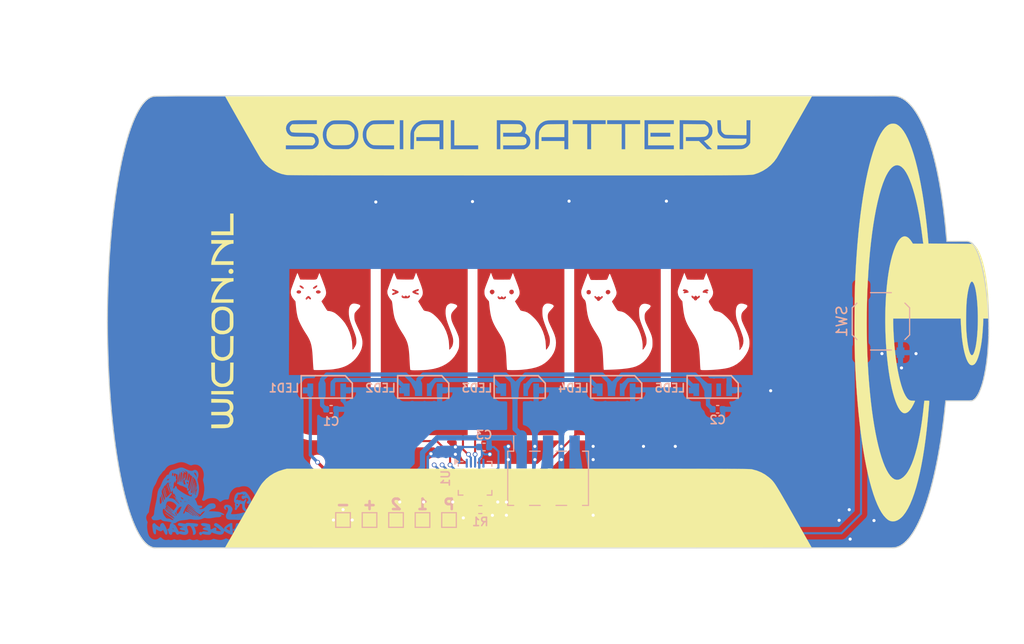
<source format=kicad_pcb>
(kicad_pcb (version 20240108) (generator "pcbnew") (generator_version "8.0")
  (layers (0 "F.Cu" signal) (31 "B.Cu" signal) (34 "B.Paste" user) (35 "F.Paste" user) (36 "B.SilkS" user "B.Silkscreen") (37 "F.SilkS" user "F.Silkscreen") (38 "B.Mask" user) (39 "F.Mask" user) (44 "Edge.Cuts" user))
  (net 0 "")
  (net 1 "GND")
  (net 2 "GPIO1")
  (net 3 "GPIO2")
  (net 4 "SCL")
  (net 5 "SDA")
  (net 6 "+3.3V")
  (net 7 "Net-(LED2-DOUT)")
  (net 8 "Net-(U1-PC6)")
  (net 9 "Net-(LED1-DOUT)")
  (net 10 "Net-(LED3-DOUT)")
  (net 11 "Net-(LED4-DOUT)")
  (net 12 "SWIO")
  (net 14 "TOUCH5")
  (net 16 "TOUCH3")
  (net 17 "TOUCH2")
  (net 19 "TOUCH1")
  (net 21 "TOUCH4")
  (net 23 "Net-(U1-PC7)")
  (net 25 "E2")
  (net 26 "E1")
  (footprint "Board_design:social_battery_touch" (layer "F.Cu") (at 0 0)
    (property "Reference" "N1" (hide yes))
    (property "Value" "Artwork" (hide yes))
    (fp_line (start -42.251573 -0.070556) (end -42.245563 1.039811) (stroke (width 0.1)) (layer "Edge.Cuts"))
    (fp_line (start -42.245613 -1.18042) (end -42.251573 -0.070556) (stroke (width 0.1)) (layer "Edge.Cuts"))
    (fp_line (start -42.245563 1.039811) (end -42.227776 2.136066) (stroke (width 0.1)) (layer "Edge.Cuts"))
    (fp_line (start -42.227876 -2.275666) (end -42.245613 -1.18042) (stroke (width 0.1)) (layer "Edge.Cuts"))
    (fp_line (start -42.227776 2.136066) (end -42.198512 3.217704) (stroke (width 0.1)) (layer "Edge.Cuts"))
    (fp_line (start -42.198612 -3.354784) (end -42.227876 -2.275666) (stroke (width 0.1)) (layer "Edge.Cuts"))
    (fp_line (start -42.198512 3.217704) (end -42.158019 4.283214) (stroke (width 0.1)) (layer "Edge.Cuts"))
    (fp_line (start -42.158219 -4.416765) (end -42.198612 -3.354784) (stroke (width 0.1)) (layer "Edge.Cuts"))
    (fp_line (start -42.158019 4.283214) (end -42.106596 5.330074) (stroke (width 0.1)) (layer "Edge.Cuts"))
    (fp_line (start -42.106895 -5.459594) (end -42.158219 -4.416765) (stroke (width 0.1)) (layer "Edge.Cuts"))
    (fp_line (start -42.106596 5.330074) (end -42.04454 6.358285) (stroke (width 0.1)) (layer "Edge.Cuts"))
    (fp_line (start -42.044988 -6.483269) (end -42.106895 -5.459594) (stroke (width 0.1)) (layer "Edge.Cuts"))
    (fp_line (start -42.04454 6.358285) (end -41.97215 7.365328) (stroke (width 0.1)) (layer "Edge.Cuts"))
    (fp_line (start -41.972747 -7.485271) (end -42.044988 -6.483269) (stroke (width 0.1)) (layer "Edge.Cuts"))
    (fp_line (start -41.97215 7.365328) (end -41.889724 8.350697) (stroke (width 0.1)) (layer "Edge.Cuts"))
    (fp_line (start -41.89042 -8.464088) (end -41.972747 -7.485271) (stroke (width 0.1)) (layer "Edge.Cuts"))
    (fp_line (start -41.889724 8.350697) (end -41.79756 9.312377) (stroke (width 0.1)) (layer "Edge.Cuts"))
    (fp_line (start -41.798405 -9.419216) (end -41.89042 -8.464088) (stroke (width 0.1)) (layer "Edge.Cuts"))
    (fp_line (start -41.79756 9.312377) (end -41.695856 10.248856) (stroke (width 0.1)) (layer "Edge.Cuts"))
    (fp_line (start -41.69685 -10.349142) (end -41.798405 -9.419216) (stroke (width 0.1)) (layer "Edge.Cuts"))
    (fp_line (start -41.695856 10.248856) (end -41.58501 11.159126) (stroke (width 0.1)) (layer "Edge.Cuts"))
    (fp_line (start -41.586203 -11.251851) (end -41.69685 -10.349142) (stroke (width 0.1)) (layer "Edge.Cuts"))
    (fp_line (start -41.58501 11.159126) (end -41.465271 12.041674) (stroke (width 0.1)) (layer "Edge.Cuts"))
    (fp_line (start -41.466613 -12.126839) (end -41.586203 -11.251851) (stroke (width 0.1)) (layer "Edge.Cuts"))
    (fp_line (start -41.465271 12.041674) (end -41.336936 12.894988) (stroke (width 0.1)) (layer "Edge.Cuts"))
    (fp_line (start -41.338427 -12.972089) (end -41.466613 -12.126839) (stroke (width 0.1)) (layer "Edge.Cuts"))
    (fp_line (start -41.336936 12.894988) (end -41.200304 13.717558) (stroke (width 0.1)) (layer "Edge.Cuts"))
    (fp_line (start -41.201944 -13.786594) (end -41.338427 -12.972089) (stroke (width 0.1)) (layer "Edge.Cuts"))
    (fp_line (start -41.200304 13.717558) (end -41.055673 14.507869) (stroke (width 0.1)) (layer "Edge.Cuts"))
    (fp_line (start -41.057412 -14.569345) (end -41.201944 -13.786594) (stroke (width 0.1)) (layer "Edge.Cuts"))
    (fp_line (start -41.055673 14.507869) (end -40.903291 15.264915) (stroke (width 0.1)) (layer "Edge.Cuts"))
    (fp_line (start -40.90513 -15.317823) (end -41.057412 -14.569345) (stroke (width 0.1)) (layer "Edge.Cuts"))
    (fp_line (start -40.903291 15.264915) (end -40.743457 15.987183) (stroke (width 0.1)) (layer "Edge.Cuts"))
    (fp_line (start -40.745395 -16.032026) (end -40.90513 -15.317823) (stroke (width 0.1)) (layer "Edge.Cuts"))
    (fp_line (start -40.743457 15.987183) (end -40.576468 16.673161) (stroke (width 0.1)) (layer "Edge.Cuts"))
    (fp_line (start -40.578505 -16.709436) (end -40.745395 -16.032026) (stroke (width 0.1)) (layer "Edge.Cuts"))
    (fp_line (start -40.576468 16.673161) (end -40.402622 17.321338) (stroke (width 0.1)) (layer "Edge.Cuts"))
    (fp_line (start -40.404759 -17.349548) (end -40.578505 -16.709436) (stroke (width 0.1)) (layer "Edge.Cuts"))
    (fp_line (start -40.402622 17.321338) (end -40.222219 17.9302) (stroke (width 0.1)) (layer "Edge.Cuts"))
    (fp_line (start -40.224405 -17.95085) (end -40.404759 -17.349548) (stroke (width 0.1)) (layer "Edge.Cuts"))
    (fp_line (start -40.222219 17.9302) (end -40.035555 18.498741) (stroke (width 0.1)) (layer "Edge.Cuts"))
    (fp_line (start -40.037741 -18.511326) (end -40.224405 -17.95085) (stroke (width 0.1)) (layer "Edge.Cuts"))
    (fp_line (start -40.035555 18.498741) (end -39.842879 19.024943) (stroke (width 0.1)) (layer "Edge.Cuts"))
    (fp_line (start -39.845115 -19.030472) (end -40.037741 -18.511326) (stroke (width 0.1)) (layer "Edge.Cuts"))
    (fp_line (start -39.842879 19.024943) (end -39.644539 19.507799) (stroke (width 0.1)) (layer "Edge.Cuts"))
    (fp_line (start -39.646675 -19.506776) (end -39.845115 -19.030472) (stroke (width 0.1)) (layer "Edge.Cuts"))
    (fp_line (start -39.644539 19.507799) (end -39.440783 19.946301) (stroke (width 0.1)) (layer "Edge.Cuts"))
    (fp_line (start -39.44287 -19.938726) (end -39.646675 -19.506776) (stroke (width 0.1)) (layer "Edge.Cuts"))
    (fp_line (start -39.440783 19.946301) (end -39.231861 20.338433) (stroke (width 0.1)) (layer "Edge.Cuts"))
    (fp_line (start -39.233848 -20.324305) (end -39.44287 -19.938726) (stroke (width 0.1)) (layer "Edge.Cuts"))
    (fp_line (start -39.231861 20.338433) (end -39.018168 20.682682) (stroke (width 0.1)) (layer "Edge.Cuts"))
    (fp_line (start -39.020007 -20.663514) (end -39.233848 -20.324305) (stroke (width 0.1)) (layer "Edge.Cuts"))
    (fp_line (start -39.018168 20.682682) (end -38.909608 20.83641) (stroke (width 0.1)) (layer "Edge.Cuts"))
    (fp_line (start -38.911347 -20.814722) (end -39.020007 -20.663514) (stroke (width 0.1)) (layer "Edge.Cuts"))
    (fp_line (start -38.909608 20.83641) (end -38.799905 20.977537) (stroke (width 0.1)) (layer "Edge.Cuts"))
    (fp_line (start -38.801594 -20.953833) (end -38.911347 -20.814722) (stroke (width 0.1)) (layer "Edge.Cuts"))
    (fp_line (start -38.799905 20.977537) (end -38.689208 21.106567) (stroke (width 0.1)) (layer "Edge.Cuts"))
    (fp_line (start -38.690748 -21.080847) (end -38.801594 -20.953833) (stroke (width 0.1)) (layer "Edge.Cuts"))
    (fp_line (start -38.689208 21.106567) (end -38.577418 21.222493) (stroke (width 0.1)) (layer "Edge.Cuts"))
    (fp_line (start -38.578859 -21.194757) (end -38.690748 -21.080847) (stroke (width 0.1)) (layer "Edge.Cuts"))
    (fp_line (start -38.577418 21.222493) (end -38.464685 21.325314) (stroke (width 0.1)) (layer "Edge.Cuts"))
    (fp_line (start -38.465976 -21.296066) (end -38.578859 -21.194757) (stroke (width 0.1)) (layer "Edge.Cuts"))
    (fp_line (start -38.464685 21.325314) (end -38.350957 21.415534) (stroke (width 0.1)) (layer "Edge.Cuts"))
    (fp_line (start -38.35215 -21.384266) (end -38.465976 -21.296066) (stroke (width 0.1)) (layer "Edge.Cuts"))
    (fp_line (start -38.350957 21.415534) (end -38.236385 21.491644) (stroke (width 0.1)) (layer "Edge.Cuts"))
    (fp_line (start -38.237329 -21.459366) (end -38.35215 -21.384266) (stroke (width 0.1)) (layer "Edge.Cuts"))
    (fp_line (start -38.236385 21.491644) (end -38.120869 21.554644) (stroke (width 0.1)) (layer "Edge.Cuts"))
    (fp_line (start -38.121664 -21.521366) (end -38.237329 -21.459366) (stroke (width 0.1)) (layer "Edge.Cuts"))
    (fp_line (start -38.120869 21.554644) (end -38.004508 21.604034) (stroke (width 0.1)) (layer "Edge.Cuts"))
    (fp_line (start -38.005154 -21.569756) (end -38.121664 -21.521366) (stroke (width 0.1)) (layer "Edge.Cuts"))
    (fp_line (start -38.004508 21.604034) (end -37.887402 21.639314) (stroke (width 0.1)) (layer "Edge.Cuts"))
    (fp_line (start -37.8878 -21.604536) (end -38.005154 -21.569756) (stroke (width 0.1)) (layer "Edge.Cuts"))
    (fp_line (start -37.887402 21.639314) (end -37.769452 21.660984) (stroke (width 0.1)) (layer "Edge.Cuts"))
    (fp_line (start -37.7697 -21.625706) (end -37.8878 -21.604536) (stroke (width 0.1)) (layer "Edge.Cuts"))
    (fp_line (start -37.769452 21.660984) (end -37.650805 21.668084) (stroke (width 0.1)) (layer "Edge.Cuts"))
    (fp_line (start -37.650805 -21.632806) (end -37.7697 -21.625706) (stroke (width 0.1)) (layer "Edge.Cuts"))
    (fp_line (start -37.650805 21.668084) (end 33.030142 21.668084) (stroke (width 0.1)) (layer "Edge.Cuts"))
    (fp_line (start -36.742228 -21.647926) (end -37.650805 -21.632806) (stroke (width 0.1)) (layer "Edge.Cuts"))
    (fp_line (start -35.628653 -21.663046) (end -36.742228 -21.647926) (stroke (width 0.1)) (layer "Edge.Cuts"))
    (fp_line (start 31.003016 -21.663046) (end -35.628653 -21.663046) (stroke (width 0.1)) (layer "Edge.Cuts"))
    (fp_line (start 33.030142 21.668084) (end 33.138454 21.663584) (stroke (width 0.1)) (layer "Edge.Cuts"))
    (fp_line (start 33.064916 -21.668046) (end 31.003016 -21.663046) (stroke (width 0.1)) (layer "Edge.Cuts"))
    (fp_line (start 33.138454 21.663584) (end 33.246269 21.650984) (stroke (width 0.1)) (layer "Edge.Cuts"))
    (fp_line (start 33.246269 21.650984) (end 33.353587 21.629814) (stroke (width 0.1)) (layer "Edge.Cuts"))
    (fp_line (start 33.29098 -21.652926) (end 33.064916 -21.668046) (stroke (width 0.1)) (layer "Edge.Cuts"))
    (fp_line (start 33.353587 21.629814) (end 33.460409 21.600074) (stroke (width 0.1)) (layer "Edge.Cuts"))
    (fp_line (start 33.460409 21.600074) (end 33.566733 21.562274) (stroke (width 0.1)) (layer "Edge.Cuts"))
    (fp_line (start 33.515057 -21.608066) (end 33.29098 -21.652926) (stroke (width 0.1)) (layer "Edge.Cuts"))
    (fp_line (start 33.566733 21.562274) (end 33.672064 21.515904) (stroke (width 0.1)) (layer "Edge.Cuts"))
    (fp_line (start 33.672064 21.515904) (end 33.881732 21.399474) (stroke (width 0.1)) (layer "Edge.Cuts"))
    (fp_line (start 33.736152 -21.533466) (end 33.515057 -21.608066) (stroke (width 0.1)) (layer "Edge.Cuts"))
    (fp_line (start 33.881732 21.399474) (end 34.088916 21.250786) (stroke (width 0.1)) (layer "Edge.Cuts"))
    (fp_line (start 33.954763 -21.429132) (end 33.736152 -21.533466) (stroke (width 0.1)) (layer "Edge.Cuts"))
    (fp_line (start 34.088916 21.250786) (end 34.293118 21.071353) (stroke (width 0.1)) (layer "Edge.Cuts"))
    (fp_line (start 34.170393 -21.29607) (end 33.954763 -21.429132) (stroke (width 0.1)) (layer "Edge.Cuts"))
    (fp_line (start 34.293118 21.071353) (end 34.49434 20.861175) (stroke (width 0.1)) (layer "Edge.Cuts"))
    (fp_line (start 34.383042 -21.134278) (end 34.170393 -21.29607) (stroke (width 0.1)) (layer "Edge.Cuts"))
    (fp_line (start 34.49434 20.861175) (end 34.693077 20.620755) (stroke (width 0.1)) (layer "Edge.Cuts"))
    (fp_line (start 34.592213 -20.943756) (end 34.383042 -21.134278) (stroke (width 0.1)) (layer "Edge.Cuts"))
    (fp_line (start 34.693077 20.620755) (end 34.888337 20.351101) (stroke (width 0.1)) (layer "Edge.Cuts"))
    (fp_line (start 34.797906 -20.725009) (end 34.592213 -20.943756) (stroke (width 0.1)) (layer "Edge.Cuts"))
    (fp_line (start 34.888337 20.351101) (end 35.080118 20.053222) (stroke (width 0.1)) (layer "Edge.Cuts"))
    (fp_line (start 35.000122 -20.478037) (end 34.797906 -20.725009) (stroke (width 0.1)) (layer "Edge.Cuts"))
    (fp_line (start 35.080118 20.053222) (end 35.268422 19.727118) (stroke (width 0.1)) (layer "Edge.Cuts"))
    (fp_line (start 35.198362 -20.203847) (end 35.000122 -20.478037) (stroke (width 0.1)) (layer "Edge.Cuts"))
    (fp_line (start 35.268422 19.727118) (end 35.453248 19.373796) (stroke (width 0.1)) (layer "Edge.Cuts"))
    (fp_line (start 35.392628 -19.901936) (end 35.198362 -20.203847) (stroke (width 0.1)) (layer "Edge.Cuts"))
    (fp_line (start 35.453248 19.373796) (end 35.634099 18.994266) (stroke (width 0.1)) (layer "Edge.Cuts"))
    (fp_line (start 35.582919 -19.572808) (end 35.392628 -19.901936) (stroke (width 0.1)) (layer "Edge.Cuts"))
    (fp_line (start 35.634099 18.994266) (end 35.810975 18.588021) (stroke (width 0.1)) (layer "Edge.Cuts"))
    (fp_line (start 35.768738 -19.216966) (end 35.582919 -19.572808) (stroke (width 0.1)) (layer "Edge.Cuts"))
    (fp_line (start 35.810975 18.588021) (end 35.983877 18.15708) (stroke (width 0.1)) (layer "Edge.Cuts"))
    (fp_line (start 35.950086 -18.834411) (end 35.768738 -19.216966) (stroke (width 0.1)) (layer "Edge.Cuts"))
    (fp_line (start 35.983877 18.15708) (end 36.152306 17.700937) (stroke (width 0.1)) (layer "Edge.Cuts"))
    (fp_line (start 36.126466 -18.425646) (end 35.950086 -18.834411) (stroke (width 0.1)) (layer "Edge.Cuts"))
    (fp_line (start 36.152306 17.700937) (end 36.316265 17.220601) (stroke (width 0.1)) (layer "Edge.Cuts"))
    (fp_line (start 36.297877 -17.990672) (end 36.126466 -18.425646) (stroke (width 0.1)) (layer "Edge.Cuts"))
    (fp_line (start 36.316265 17.220601) (end 36.475255 16.71708) (stroke (width 0.1)) (layer "Edge.Cuts"))
    (fp_line (start 36.464816 -17.529993) (end 36.297877 -17.990672) (stroke (width 0.1)) (layer "Edge.Cuts"))
    (fp_line (start 36.475255 16.71708) (end 36.629773 16.190877) (stroke (width 0.1)) (layer "Edge.Cuts"))
    (fp_line (start 36.625793 -17.043609) (end 36.464816 -17.529993) (stroke (width 0.1)) (layer "Edge.Cuts"))
    (fp_line (start 36.629773 16.190877) (end 36.779323 15.642498) (stroke (width 0.1)) (layer "Edge.Cuts"))
    (fp_line (start 36.779323 15.642498) (end 36.923408 15.072949) (stroke (width 0.1)) (layer "Edge.Cuts"))
    (fp_line (start 36.781802 -16.532527) (end 36.625793 -17.043609) (stroke (width 0.1)) (layer "Edge.Cuts"))
    (fp_line (start 36.923408 15.072949) (end 37.062524 14.482232) (stroke (width 0.1)) (layer "Edge.Cuts"))
    (fp_line (start 36.931849 -15.996245) (end 36.781802 -16.532527) (stroke (width 0.1)) (layer "Edge.Cuts"))
    (fp_line (start 37.062524 14.482232) (end 37.195678 13.871353) (stroke (width 0.1)) (layer "Edge.Cuts"))
    (fp_line (start 37.075933 -15.435265) (end 36.931849 -15.996245) (stroke (width 0.1)) (layer "Edge.Cuts"))
    (fp_line (start 37.195678 13.871353) (end 37.323366 13.241322) (stroke (width 0.1)) (layer "Edge.Cuts"))
    (fp_line (start 37.214553 -14.849587) (end 37.075933 -15.435265) (stroke (width 0.1)) (layer "Edge.Cuts"))
    (fp_line (start 37.323366 13.241322) (end 37.44559 12.592137) (stroke (width 0.1)) (layer "Edge.Cuts"))
    (fp_line (start 37.346713 -14.240221) (end 37.214553 -14.849587) (stroke (width 0.1)) (layer "Edge.Cuts"))
    (fp_line (start 37.44559 12.592137) (end 37.561354 11.924808) (stroke (width 0.1)) (layer "Edge.Cuts"))
    (fp_line (start 37.472415 -13.607165) (end 37.346713 -14.240221) (stroke (width 0.1)) (layer "Edge.Cuts"))
    (fp_line (start 37.561354 11.924808) (end 37.671654 11.240342) (stroke (width 0.1)) (layer "Edge.Cuts"))
    (fp_line (start 37.591657 -12.95042) (end 37.472415 -13.607165) (stroke (width 0.1)) (layer "Edge.Cuts"))
    (fp_line (start 37.671654 11.240342) (end 37.774997 10.538235) (stroke (width 0.1)) (layer "Edge.Cuts"))
    (fp_line (start 37.703944 -12.269986) (end 37.591657 -12.95042) (stroke (width 0.1)) (layer "Edge.Cuts"))
    (fp_line (start 37.774997 10.538235) (end 37.871887 9.820503) (stroke (width 0.1)) (layer "Edge.Cuts"))
    (fp_line (start 37.809274 -11.566871) (end 37.703944 -12.269986) (stroke (width 0.1)) (layer "Edge.Cuts"))
    (fp_line (start 37.871887 9.820503) (end 37.962307 9.087146) (stroke (width 0.1)) (layer "Edge.Cuts"))
    (fp_line (start 37.907644 -10.841075) (end 37.809274 -11.566871) (stroke (width 0.1)) (layer "Edge.Cuts"))
    (fp_line (start 37.962307 9.087146) (end 38.046277 8.338165) (stroke (width 0.1)) (layer "Edge.Cuts"))
    (fp_line (start 37.999064 -10.093101) (end 37.907644 -10.841075) (stroke (width 0.1)) (layer "Edge.Cuts"))
    (fp_line (start 38.046277 8.338165) (end 38.122787 7.575574) (stroke (width 0.1)) (layer "Edge.Cuts"))
    (fp_line (start 38.083034 -9.322951) (end 37.999064 -10.093101) (stroke (width 0.1)) (layer "Edge.Cuts"))
    (fp_line (start 38.122787 7.575574) (end 40.472856 7.575574) (stroke (width 0.1)) (layer "Edge.Cuts"))
    (fp_line (start 38.159054 -8.530623) (end 38.083034 -9.322951) (stroke (width 0.1)) (layer "Edge.Cuts"))
    (fp_line (start 38.193094 -8.123622) (end 38.159054 -8.530623) (stroke (width 0.1)) (layer "Edge.Cuts"))
    (fp_line (start 38.227134 -7.716622) (end 38.193094 -8.123622) (stroke (width 0.1)) (layer "Edge.Cuts"))
    (fp_line (start 40.238849 -7.721122) (end 38.227134 -7.716622) (stroke (width 0.1)) (layer "Edge.Cuts"))
    (fp_line (start 40.381384 -7.684022) (end 40.238849 -7.721122) (stroke (width 0.1)) (layer "Edge.Cuts"))
    (fp_line (start 40.472856 7.575574) (end 40.517576 7.575574) (stroke (width 0.1)) (layer "Edge.Cuts"))
    (fp_line (start 40.517573 -7.625892) (end 40.381384 -7.684022) (stroke (width 0.1)) (layer "Edge.Cuts"))
    (fp_line (start 40.517576 7.575574) (end 40.606516 7.566474) (stroke (width 0.1)) (layer "Edge.Cuts"))
    (fp_line (start 40.562529 -7.598142) (end 40.517573 -7.625892) (stroke (width 0.1)) (layer "Edge.Cuts"))
    (fp_line (start 40.606516 7.566474) (end 40.694456 7.539254) (stroke (width 0.1)) (layer "Edge.Cuts"))
    (fp_line (start 40.607489 -7.570402) (end 40.562529 -7.598142) (stroke (width 0.1)) (layer "Edge.Cuts"))
    (fp_line (start 40.649719 -7.532352) (end 40.607489 -7.570402) (stroke (width 0.1)) (layer "Edge.Cuts"))
    (fp_line (start 40.691949 -7.494302) (end 40.649719 -7.532352) (stroke (width 0.1)) (layer "Edge.Cuts"))
    (fp_line (start 40.694456 7.539254) (end 40.780906 7.494394) (stroke (width 0.1)) (layer "Edge.Cuts"))
    (fp_line (start 40.733689 -7.446172) (end 40.691949 -7.494302) (stroke (width 0.1)) (layer "Edge.Cuts"))
    (fp_line (start 40.775429 -7.398032) (end 40.733689 -7.446172) (stroke (width 0.1)) (layer "Edge.Cuts"))
    (fp_line (start 40.780906 7.494394) (end 40.865866 7.432904) (stroke (width 0.1)) (layer "Edge.Cuts"))
    (fp_line (start 40.816669 -7.340072) (end 40.775429 -7.398032) (stroke (width 0.1)) (layer "Edge.Cuts"))
    (fp_line (start 40.857909 -7.282112) (end 40.816669 -7.340072) (stroke (width 0.1)) (layer "Edge.Cuts"))
    (fp_line (start 40.865866 7.432904) (end 40.949836 7.354784) (stroke (width 0.1)) (layer "Edge.Cuts"))
    (fp_line (start 40.939389 -7.147537) (end 40.857909 -7.282112) (stroke (width 0.1)) (layer "Edge.Cuts"))
    (fp_line (start 40.949836 7.354784) (end 41.031816 7.260024) (stroke (width 0.1)) (layer "Edge.Cuts"))
    (fp_line (start 41.019879 -6.994817) (end 40.939389 -7.147537) (stroke (width 0.1)) (layer "Edge.Cuts"))
    (fp_line (start 41.031816 7.260024) (end 41.112306 7.149642) (stroke (width 0.1)) (layer "Edge.Cuts"))
    (fp_line (start 41.098879 -6.825465) (end 41.019879 -6.994817) (stroke (width 0.1)) (layer "Edge.Cuts"))
    (fp_line (start 41.112306 7.149642) (end 41.190806 7.02414) (stroke (width 0.1)) (layer "Edge.Cuts"))
    (fp_line (start 41.176389 -6.63948) (end 41.098879 -6.825465) (stroke (width 0.1)) (layer "Edge.Cuts"))
    (fp_line (start 41.190806 7.02414) (end 41.267816 6.884021) (stroke (width 0.1)) (layer "Edge.Cuts"))
    (fp_line (start 41.267816 6.884021) (end 41.342346 6.729285) (stroke (width 0.1)) (layer "Edge.Cuts"))
    (fp_line (start 41.326436 -6.222651) (end 41.176389 -6.63948) (stroke (width 0.1)) (layer "Edge.Cuts"))
    (fp_line (start 41.342346 6.729285) (end 41.485437 6.378483) (stroke (width 0.1)) (layer "Edge.Cuts"))
    (fp_line (start 41.46903 -5.750379) (end 41.326436 -6.222651) (stroke (width 0.1)) (layer "Edge.Cuts"))
    (fp_line (start 41.485437 6.378483) (end 41.619088 5.975767) (stroke (width 0.1)) (layer "Edge.Cuts"))
    (fp_line (start 41.603178 -5.229217) (end 41.46903 -5.750379) (stroke (width 0.1)) (layer "Edge.Cuts"))
    (fp_line (start 41.619088 5.975767) (end 41.742305 5.524665) (stroke (width 0.1)) (layer "Edge.Cuts"))
    (fp_line (start 41.727886 -4.665213) (end 41.603178 -5.229217) (stroke (width 0.1)) (layer "Edge.Cuts"))
    (fp_line (start 41.742305 5.524665) (end 41.854592 5.028704) (stroke (width 0.1)) (layer "Edge.Cuts"))
    (fp_line (start 41.84216 -4.065423) (end 41.727886 -4.665213) (stroke (width 0.1)) (layer "Edge.Cuts"))
    (fp_line (start 41.854592 5.028704) (end 41.954452 4.491413) (stroke (width 0.1)) (layer "Edge.Cuts"))
    (fp_line (start 41.944012 -3.435895) (end 41.84216 -4.065423) (stroke (width 0.1)) (layer "Edge.Cuts"))
    (fp_line (start 41.954452 4.491413) (end 42.041402 3.916824) (stroke (width 0.1)) (layer "Edge.Cuts"))
    (fp_line (start 42.033442 -2.783183) (end 41.944012 -3.435895) (stroke (width 0.1)) (layer "Edge.Cuts"))
    (fp_line (start 42.041402 3.916824) (end 42.114932 3.307962) (stroke (width 0.1)) (layer "Edge.Cuts"))
    (fp_line (start 42.109462 -2.113837) (end 42.033442 -2.783183) (stroke (width 0.1)) (layer "Edge.Cuts"))
    (fp_line (start 42.114932 3.307962) (end 42.173062 2.668858) (stroke (width 0.1)) (layer "Edge.Cuts"))
    (fp_line (start 42.170072 -1.433403) (end 42.109462 -2.113837) (stroke (width 0.1)) (layer "Edge.Cuts"))
    (fp_line (start 42.173062 2.668858) (end 42.216292 2.002537) (stroke (width 0.1)) (layer "Edge.Cuts"))
    (fp_line (start 42.214792 -0.749441) (end 42.170072 -1.433403) (stroke (width 0.1)) (layer "Edge.Cuts"))
    (fp_line (start 42.216292 2.002537) (end 42.242622 1.313534) (stroke (width 0.1)) (layer "Edge.Cuts"))
    (fp_line (start 42.242122 -0.067999) (end 42.214792 -0.749441) (stroke (width 0.1)) (layer "Edge.Cuts"))
    (fp_line (start 42.242622 1.313534) (end 42.251522 0.604875) (stroke (width 0.1)) (layer "Edge.Cuts"))
    (fp_line (start 42.251522 0.604875) (end 42.242122 -0.067999) (stroke (width 0.1)) (layer "Edge.Cuts"))
  )
  (footprint "Library:LED-SMD_4P-L4.0-W1.6-L" (layer "B.Cu") (at -13.822 7.112)
    (property "Reference" "LED2")
    (property "Value" "SK6812SIDE-A-RVS" (hide yes))
  )
  (footprint "Library:stamp" (layer "B.Cu") (at -33 17.2 180)
    (property "Reference" "N2" (hide yes))
    (property "Value" "Stamp" (hide yes))
  )
  (footprint "Connector_PinHeader_2.54mm:PinHeader_2x03_P2.54mm_Vertical_SMD" (layer "B.Cu") (at 0 15 -90)
    (property "Reference" "J1" (hide yes))
    (property "Value" "SAO")
  )
  (footprint "Capacitor_SMD:C_0402_1005Metric" (layer "B.Cu") (at -20.8 8.382)
    (property "Reference" "C1")
    (property "Value" "100nF")
  )
  (footprint "Capacitor_SMD:C_0402_1005Metric" (layer "B.Cu") (at -6.14 12 180)
    (property "Reference" "C3")
    (property "Value" "100nF")
  )
  (footprint "TestPoint:TestPoint_Pad_1.0x1.0mm" (layer "B.Cu") (at -9.5 19 180)
    (property "Reference" "TP1" (hide yes))
    (property "Value" "SWIO")
  )
  (footprint "Button_Switch_SMD:SW_Push_1P1T_XKB_TS-1187A" (layer "B.Cu") (at 31.907 -0.048 -90)
    (property "Reference" "SW1")
    (property "Value" "Change")
  )
  (footprint "Library:LED-SMD_4P-L4.0-W1.6-L" (layer "B.Cu") (at 4.678 7.112)
    (property "Reference" "LED4")
    (property "Value" "SK6812SIDE-A-RVS" (hide yes))
  )
  (footprint "Resistor_SMD:R_0402_1005Metric" (layer "B.Cu") (at -6.5 18)
    (property "Reference" "R1")
    (property "Value" "100")
  )
  (footprint "Library:LED-SMD_4P-L4.0-W1.6-L" (layer "B.Cu") (at -23.072 7.112)
    (property "Reference" "LED1")
    (property "Value" "SK6812SIDE-A-RVS" (hide yes))
  )
  (footprint "TestPoint:TestPoint_Pad_1.0x1.0mm" (layer "B.Cu") (at -17.12 19 180)
    (property "Reference" "TP4" (hide yes))
    (property "Value" "3.3v")
  )
  (footprint "Capacitor_SMD:C_0402_1005Metric" (layer "B.Cu") (at 16.256 8.382)
    (property "Reference" "C2")
    (property "Value" "100nF")
  )
  (footprint "TestPoint:TestPoint_Pad_1.0x1.0mm" (layer "B.Cu") (at -19.66 19 180)
    (property "Reference" "TP5" (hide yes))
    (property "Value" "GND")
  )
  (footprint "TestPoint:TestPoint_Pad_1.0x1.0mm" (layer "B.Cu") (at -14.58 19 180)
    (property "Reference" "TP3" (hide yes))
    (property "Value" "E2")
  )
  (footprint "Library:LED-SMD_4P-L4.0-W1.6-L" (layer "B.Cu") (at 13.928 7.112)
    (property "Reference" "LED5")
    (property "Value" "SK6812SIDE-A-RVS" (hide yes))
  )
  (footprint "Package_DFN_QFN:QFN-20-1EP_3x3mm_P0.4mm_EP1.65x1.65mm" (layer "B.Cu") (at -7 15 -90)
    (property "Reference" "U1")
    (property "Value" "CH32V003")
  )
  (footprint "TestPoint:TestPoint_Pad_1.0x1.0mm" (layer "B.Cu") (at -12.04 19 180)
    (property "Reference" "TP2" (hide yes))
    (property "Value" "E1")
  )
  (footprint "Library:LED-SMD_4P-L4.0-W1.6-L" (layer "B.Cu") (at -4.572 7.112)
    (property "Reference" "LED3")
    (property "Value" "SK6812SIDE-A-RVS" (hide yes))
  )
  (gr_text "P" (at -9.5 17.5 0) (layer "B.SilkS") (effects (font (size 1 1) (thickness 0.25) (bold yes)) (justify mirror)))
  (gr_text "2" (at -14.58 17.5 0) (layer "B.SilkS") (effects (font (size 1 1) (thickness 0.25) (bold yes)) (justify mirror)))
  (gr_text "+" (at -17.12 17.5 0) (layer "B.SilkS") (effects (font (size 1 1) (thickness 0.25) (bold yes)) (justify mirror)))
  (gr_text "1" (at -12.04 17.5 0) (layer "B.SilkS") (effects (font (size 1 1) (thickness 0.25) (bold yes)) (justify mirror)))
  (gr_text "-" (at -19.66 17.5 0) (layer "B.SilkS") (effects (font (size 1 1) (thickness 0.25) (bold yes)) (justify mirror)))
  (via (at -4.826 17.272) (size 0.5) (drill 0.3) (layers "F.Cu" "B.Cu") (net 1))
  (via (at 11.34 -11.57) (size 0.5) (drill 0.3) (layers "F.Cu" "B.Cu") (net 1))
  (via (at 4.318 13.208) (size 0.5) (drill 0.3) (layers "F.Cu" "B.Cu") (net 1))
  (via (at 1.27 11.938) (size 0.45) (drill 0.3) (layers "F.Cu" "B.Cu") (net 1))
  (via (at -14.224 17.272) (size 0.45) (drill 0.3) (layers "F.Cu" "B.Cu") (net 1))
  (via (at -3.995145 17.280805) (size 0.5) (drill 0.3) (layers "F.Cu" "B.Cu") (net 1))
  (via (at 28.956 20.828) (size 0.5) (drill 0.3) (layers "F.Cu" "B.Cu") (net 1))
  (via (at 31.242 19.05) (size 0.5) (drill 0.3) (layers "F.Cu" "B.Cu") (net 1))
  (via (at 1.27 13.208) (size 0.45) (drill 0.3) (layers "F.Cu" "B.Cu") (net 1))
  (via (at -11.228 12.648) (size 0.5) (drill 0.3) (layers "F.Cu" "B.Cu") (net 1))
  (via (at -7.25 -11.53) (size 0.5) (drill 0.3) (layers "F.Cu" "B.Cu") (net 1))
  (via (at -3.81 11.938) (size 0.45) (drill 0.3) (layers "F.Cu" "B.Cu") (net 1))
  (via (at 32.004 3.048) (size 0.5) (drill 0.3) (layers "F.Cu" "B.Cu") (net 1))
  (via (at -8.128 18.796) (size 0.45) (drill 0.3) (layers "F.Cu" "B.Cu") (net 1))
  (via (at 27.9 19.03) (size 0.5) (drill 0.3) (layers "F.Cu" "B.Cu") (net 1))
  (via (at -4 18.542) (size 0.5) (drill 0.3) (layers "F.Cu" "B.Cu") (net 1))
  (via (at -11.938 17.272) (size 0.45) (drill 0.3) (layers "F.Cu" "B.Cu") (net 1))
  (via (at -8.89 12.7) (size 0.45) (drill 0.3) (layers "F.Cu" "B.Cu") (net 1))
  (via (at -1.27 11.938) (size 0.45) (drill 0.3) (layers "F.Cu" "B.Cu") (net 1))
  (via (at 33.880622 4.416133) (size 0.5) (drill 0.3) (layers "F.Cu" "B.Cu") (net 1))
  (via (at 21.336 6.604) (size 0.5) (drill 0.3) (layers "F.Cu" "B.Cu") (net 1))
  (via (at 12.192 11.938) (size 0.45) (drill 0.3) (layers "F.Cu" "B.Cu") (net 1))
  (via (at -9.144 17.272) (size 0.45) (drill 0.3) (layers "F.Cu" "B.Cu") (net 1))
  (via (at 28.87 18.01) (size 0.5) (drill 0.3) (layers "F.Cu" "B.Cu") (net 1))
  (via (at -1.27 13.208) (size 0.45) (drill 0.3) (layers "F.Cu" "B.Cu") (net 1))
  (via (at 4.318 11.938) (size 0.45) (drill 0.3) (layers "F.Cu" "B.Cu") (net 1))
  (via (at -19.66 18) (size 0.5) (drill 0.3) (layers "F.Cu" "B.Cu") (net 1))
  (via (at -16.52 -11.49) (size 0.5) (drill 0.3) (layers "F.Cu" "B.Cu") (net 1))
  (via (at 4.318 18.542) (size 0.5) (drill 0.3) (layers "F.Cu" "B.Cu") (net 1))
  (via (at 2.01 -11.57) (size 0.5) (drill 0.3) (layers "F.Cu" "B.Cu") (net 1))
  (via (at -18.78 19) (size 0.5) (drill 0.3) (layers "F.Cu" "B.Cu") (net 1))
  (via (at -5.588 12.7) (size 0.45) (drill 0.3) (layers "F.Cu" "B.Cu") (net 1))
  (via (at -20.58 19) (size 0.5) (drill 0.3) (layers "F.Cu" "B.Cu") (net 1))
  (via (at -3.81 13.208) (size 0.45) (drill 0.3) (layers "F.Cu" "B.Cu") (net 1))
  (via (at 35.27 3.048) (size 0.5) (drill 0.3) (layers "F.Cu" "B.Cu") (net 1))
  (via (at -8.89 12) (size 0.45) (drill 0.3) (layers "F.Cu" "B.Cu") (net 1))
  (via (at 9.144 11.938) (size 0.45) (drill 0.3) (layers "F.Cu" "B.Cu") (net 1))
  (segment (start -11.538 14.586) (end -14.224 17.272) (width 0.25) (layer "B.Cu") (net 1))
  (segment (start -6.6 14.6) (end -6.6 13.55) (width 0.2) (layer "B.Cu") (net 1))
  (segment (start -10.59 12.01) (end -8.9 12.01) (width 0.2) (layer "B.Cu") (net 1))
  (segment (start -11.538 12.958) (end -11.538 14.586) (width 0.25) (layer "B.Cu") (net 1))
  (segment (start -6.6 13.131876) (end -6.35 12.881876) (width 0.2) (layer "B.Cu") (net 1))
  (segment (start -8.89 12) (end -6.62 12) (width 0.2) (layer "B.Cu") (net 1))
  (segment (start -6.35 12.446) (end -6.35 12.27) (width 0.2) (layer "B.Cu") (net 1))
  (segment (start -3.81 17.5) (end -2.565 17.5) (width 0.2) (layer "B.Cu") (net 1))
  (segment (start -8.9 12.01) (end -8.89 12) (width 0.2) (layer "B.Cu") (net 1))
  (segment (start -4 18.542) (end -3.557 18.542) (width 0.2) (layer "B.Cu") (net 1))
  (segment (start -6.096 12.7) (end -5.588 12.7) (width 0.2) (layer "B.Cu") (net 1))
  (segment (start -11.228 12.648) (end -10.59 12.01) (width 0.2) (layer "B.Cu") (net 1))
  (segment (start -3.557 18.542) (end -2.54 17.525) (width 0.2) (layer "B.Cu") (net 1))
  (segment (start -6.35 12.881876) (end -6.35 12.446) (width 0.2) (layer "B.Cu") (net 1))
  (segment (start -6.35 12.446) (end -6.096 12.7) (width 0.2) (layer "B.Cu") (net 1))
  (segment (start -11.228 12.648) (end -11.538 12.958) (width 0.25) (layer "B.Cu") (net 1))
  (segment (start -6.6 13.55) (end -6.6 13.131876) (width 0.2) (layer "B.Cu") (net 1))
  (segment (start -6.35 12.27) (end -6.62 12) (width 0.2) (layer "B.Cu") (net 1))
  (segment (start -5.341 18.549) (end -8.65 15.24) (width 0.3) (layer "F.Cu") (net 2))
  (segment (start -20.32 15.24) (end -22.098 13.462) (width 0.3) (layer "F.Cu") (net 2))
  (segment (start -20.32 15.24) (end -8.65 15.24) (width 0.3) (layer "F.Cu") (net 2))
  (via (at -5.341 18.549) (size 0.45) (drill 0.3) (layers "F.Cu" "B.Cu") (net 2))
  (via (at -22.098 13.462) (size 0.45) (drill 0.3) (layers "F.Cu" "B.Cu") (net 2))
  (segment (start -22.098 13.462) (end -22.797 12.763) (width 0.3) (layer "B.Cu") (net 2))
  (segment (start 3.267 14.267) (end 2.54 13.54) (width 0.2) (layer "B.Cu") (net 2))
  (segment (start -5.89 18) (end -5.341 18.549) (width 0.3) (layer "B.Cu") (net 2))
  (segment (start -5.341 18.549) (end -3.953 19.937) (width 0.2) (layer "B.Cu") (net 2))
  (segment (start -22.797 12.763) (end -22.797 6.512) (width 0.3) (layer "B.Cu") (net 2))
  (segment (start -5.96 17.93) (end -5.341 18.549) (width 0.2) (layer "B.Cu") (net 2))
  (segment (start 3.267 19.603) (end 3.267 14.267) (width 0.2) (layer "B.Cu") (net 2))
  (segment (start 2.933 19.937) (end 3.267 19.603) (width 0.2) (layer "B.Cu") (net 2))
  (segment (start -3.953 19.937) (end 2.933 19.937) (width 0.2) (layer "B.Cu") (net 2))
  (segment (start -4.7 15.8) (end -5.55 15.8) (width 0.2) (layer "B.Cu") (net 3))
  (segment (start 2.54 18.64) (end 1.57 19.61) (width 0.2) (layer "B.Cu") (net 3))
  (segment (start -0.76 19.61) (end -1.26 19.11) (width 0.2) (layer "B.Cu") (net 3))
  (segment (start -1.26 19.11) (end -1.26 16.29) (width 0.2) (layer "B.Cu") (net 3))
  (segment (start -1.26 16.29) (end -1.88 15.67) (width 0.2) (layer "B.Cu") (net 3))
  (segment (start -4.57 15.67) (end -4.7 15.8) (width 0.2) (layer "B.Cu") (net 3))
  (segment (start -1.88 15.67) (end -4.57 15.67) (width 0.2) (layer "B.Cu") (net 3))
  (segment (start 1.57 19.61) (end -0.76 19.61) (width 0.2) (layer "B.Cu") (net 3))
  (segment (start -5.55 15.4) (end -4.883 15.4) (width 0.2) (layer "B.Cu") (net 4))
  (segment (start -4.81 15.327) (end -1.203 15.327) (width 0.2) (layer "B.Cu") (net 4))
  (segment (start -4.883 15.4) (end -4.81 15.327) (width 0.2) (layer "B.Cu") (net 4))
  (segment (start -1.203 15.327) (end 0 16.53) (width 0.2) (layer "B.Cu") (net 4))
  (segment (start -5.55 15) (end -1.25 15) (width 0.2) (layer "B.Cu") (net 5))
  (segment (start -1.25 15) (end 0 13.75) (width 0.2) (layer "B.Cu") (net 5))
  (segment (start -5.66 12) (end -5.66 11.16) (width 0.5) (layer "B.Cu") (net 6))
  (segment (start 6.078 6.058) (end 7.088 5.048) (width 0.4) (layer "B.Cu") (net 6))
  (segment (start -4.76 12.43) (end -4.76 13.99) (width 0.2) (layer "B.Cu") (net 6))
  (segment (start 14.08352 5.048) (end 15.328 6.29248) (width 0.4) (layer "B.Cu") (net 6))
  (segment (start -4.76 13.99) (end -4.97 14.2) (width 0.2) (layer "B.Cu") (net 6))
  (segment (start -12.422 5.512) (end -11.958 5.048) (width 0.4) (layer "B.Cu") (net 6))
  (segment (start 7.088 5.048) (end 14.08352 5.048) (width 0.4) (layer "B.Cu") (net 6))
  (segment (start 15.328 7.934) (end 15.776 8.382) (width 0.4) (layer "B.Cu") (net 6))
  (segment (start 15.328 6.512) (end 15.328 7.934) (width 0.4) (layer "B.Cu") (net 6))
  (segment (start -13.66648 5.048) (end -12.422 6.29248) (width 0.4) (layer "B.Cu") (net 6))
  (segment (start -3.172 10.258) (end -3.172 6.512) (width 0.5) (layer "B.Cu") (net 6))
  (segment (start -2.162 5.048) (end 5.164 5.048) (width 0.4) (layer "B.Cu") (net 6))
  (segment (start -2.54 12.475) (end -2.54 10.89) (width 1) (layer "B.Cu") (net 6))
  (segment (start -4.086 5.048) (end -3.172 5.962) (width 0.4) (layer "B.Cu") (net 6))
  (segment (start -17.12 19) (end -12.04 13.92) (width 0.5) (layer "B.Cu") (net 6))
  (segment (start -3.172 5.962) (end -3.172 6.512) (width 0.4) (layer "B.Cu") (net 6))
  (segment (start -3.172 6.058) (end -2.162 5.048) (width 0.4) (layer "B.Cu") (net 6))
  (segment (start -2.54 10.89) (end -3.172 10.258) (width 0.5) (layer "B.Cu") (net 6))
  (segment (start -12.04 12.535104) (end -10.624896 11.12) (width 0.5) (layer "B.Cu") (net 6))
  (segment (start -21.672 5.512) (end -21.208 5.048) (width 0.4) (layer "B.Cu") (net 6))
  (segment (start 6.078 6.512) (end 6.078 6.058) (width 0.4) (layer "B.Cu") (net 6))
  (segment (start -2.77 11.12) (end -2.54 10.89) (width 0.5) (layer "B.Cu") (net 6))
  (segment (start 5.164 5.048) (end 6.078 5.962) (width 0.4) (layer "B.Cu") (net 6))
  (segment (start -21.672 6.512) (end -21.672 7.99) (width 0.4) (layer "B.Cu") (net 6))
  (segment (start -3.172 6.512) (end -3.172 6.058) (width 0.4) (layer "B.Cu") (net 6))
  (segment (start -5.2 12) (end -5.07 12.13) (width 0.2) (layer "B.Cu") (net 6))
  (segment (start -21.672 7.99) (end -21.28 8.382) (width 0.4) (layer "B.Cu") (net 6))
  (segment (start -12.04 13.92) (end -12.04 12.535104) (width 0.5) (layer "B.Cu") (net 6))
  (segment (start -11.958 5.048) (end -4.086 5.048) (width 0.4) (layer "B.Cu") (net 6))
  (segment (start 6.078 5.962) (end 6.078 6.512) (width 0.4) (layer "B.Cu") (net 6))
  (segment (start -5.66 12) (end -5.2 12) (width 0.2) (layer "B.Cu") (net 6))
  (segment (start -10.624896 11.12) (end -2.77 11.12) (width 0.5) (layer "B.Cu") (net 6))
  (segment (start -5.06 12.13) (end -4.76 12.43) (width 0.2) (layer "B.Cu") (net 6))
  (segment (start -12.422 6.512) (end -12.422 5.512) (width 0.4) (layer "B.Cu") (net 6))
  (segment (start -5.07 12.13) (end -5.06 12.13) (width 0.2) (layer "B.Cu") (net 6))
  (segment (start -21.672 6.512) (end -21.672 5.512) (width 0.4) (layer "B.Cu") (net 6))
  (segment (start -21.208 5.048) (end -13.66648 5.048) (width 0.4) (layer "B.Cu") (net 6))
  (segment (start -4.97 14.2) (end -5.55 14.2) (width 0.2) (layer "B.Cu") (net 6))
  (segment (start -5.234 5.575) (end -10.80452 5.575) (width 0.4) (layer "B.Cu") (net 7))
  (segment (start -10.80452 5.575) (end -11.397 6.16748) (width 0.4) (layer "B.Cu") (net 7))
  (segment (start -4.297 6.512) (end -5.234 5.575) (width 0.4) (layer "B.Cu") (net 7))
  (segment (start -7 16.45) (end -7 17.91) (width 0.2) (layer "B.Cu") (net 8))
  (segment (start -13.547 6.512) (end -14.484 5.575) (width 0.4) (layer "B.Cu") (net 9))
  (segment (start -20.647 5.807) (end -20.647 6.512) (width 0.4) (layer "B.Cu") (net 9))
  (segment (start -14.484 5.575) (end -20.415 5.575) (width 0.4) (layer "B.Cu") (net 9))
  (segment (start -20.415 5.575) (end -20.647 5.807) (width 0.4) (layer "B.Cu") (net 9))
  (segment (start -1.55452 5.575) (end -2.147 6.16748) (width 0.4) (layer "B.Cu") (net 10))
  (segment (start 4.016 5.575) (end -1.55452 5.575) (width 0.4) (layer "B.Cu") (net 10))
  (segment (start 4.953 6.512) (end 4.016 5.575) (width 0.4) (layer "B.Cu") (net 10))
  (segment (start 14.203 6.512) (end 13.266 5.575) (width 0.4) (layer "B.Cu") (net 11))
  (segment (start 13.266 5.575) (end 7.69548 5.575) (width 0.4) (layer "B.Cu") (net 11))
  (segment (start 7.69548 5.575) (end 7.103 6.16748) (width 0.4) (layer "B.Cu") (net 11))
  (segment (start -7.8 16.45) (end -7.8 17.3) (width 0.2) (layer "B.Cu") (net 12))
  (segment (start -7.8 17.3) (end -9.5 19) (width 0.2) (layer "B.Cu") (net 12))
  (segment (start 12.606 10) (end 7.874 14.732) (width 0.2) (layer "F.Cu") (net 14))
  (segment (start -9.906 14.732) (end -10.922 13.716) (width 0.2) (layer "F.Cu") (net 14))
  (segment (start -9.906 14.732) (end 7.874 14.732) (width 0.2) (layer "F.Cu") (net 14))
  (via (at -10.922 13.716) (size 0.45) (drill 0.3) (layers "F.Cu" "B.Cu") (net 14))
  (segment (start -8.45 15) (end -9.638 15) (width 0.2) (layer "B.Cu") (net 14))
  (segment (start -9.638 15) (end -10.922 13.716) (width 0.2) (layer "B.Cu") (net 14))
  (segment (start -7 12.71) (end -7 11.12) (width 0.2) (layer "F.Cu") (net 16))
  (segment (start -7 11.12) (end -5.88 10) (width 0.2) (layer "F.Cu") (net 16))
  (via (at -7 12.71) (size 0.45) (drill 0.3) (layers "F.Cu" "B.Cu") (net 16))
  (segment (start -7 12.71) (end -7 13.55) (width 0.2) (layer "B.Cu") (net 16))
  (segment (start -8.164 12.218764) (end -8.164 10.632) (width 0.2) (layer "F.Cu") (net 17))
  (segment (start -7.682908 12.699856) (end -8.164 12.218764) (width 0.2) (layer "F.Cu") (net 17))
  (segment (start -7.628921 12.699856) (end -7.682908 12.699856) (width 0.2) (layer "F.Cu") (net 17))
  (via (at -7.628921 12.699856) (size 0.45) (drill 0.3) (layers "F.Cu" "B.Cu") (net 17))
  (segment (start -7.628921 12.793843) (end -7.628921 12.699856) (width 0.2) (layer "B.Cu") (net 17))
  (segment (start -7.4 13.55) (end -7.4 13.022764) (width 0.2) (layer "B.Cu") (net 17))
  (segment (start -7.4 13.022764) (end -7.628921 12.793843) (width 0.2) (layer "B.Cu") (net 17))
  (segment (start -16.57 11.43) (end -18 10) (width 0.2) (layer "F.Cu") (net 19))
  (segment (start -10.668 11.43) (end -16.57 11.43) (width 0.2) (layer "F.Cu") (net 19))
  (segment (start -9.398 12.7) (end -10.668 11.43) (width 0.2) (layer "F.Cu") (net 19))
  (segment (start -9.398 13.716) (end -9.398 12.7) (width 0.2) (layer "F.Cu") (net 19))
  (via (at -9.398 13.716) (size 0.45) (drill 0.3) (layers "F.Cu" "B.Cu") (net 19))
  (segment (start -8.45 14.2) (end -8.914 14.2) (width 0.2) (layer "B.Cu") (net 19))
  (segment (start -8.914 14.2) (end -9.398 13.716) (width 0.2) (layer "B.Cu") (net 19))
  (segment (start -9.656 14.22) (end -10.16 13.716) (width 0.2) (layer "F.Cu") (net 21))
  (segment (start 3.462 10) (end -0.758 14.22) (width 0.2) (layer "F.Cu") (net 21))
  (segment (start -0.758 14.22) (end -9.656 14.22) (width 0.2) (layer "F.Cu") (net 21))
  (via (at -10.16 13.716) (size 0.45) (drill 0.3) (layers "F.Cu" "B.Cu") (net 21))
  (segment (start -9.276 14.6) (end -10.16 13.716) (width 0.2) (layer "B.Cu") (net 21))
  (segment (start -8.45 14.6) (end -9.276 14.6) (width 0.2) (layer "B.Cu") (net 21))
  (segment (start -7.507 17.661312) (end -7.4 17.554312) (width 0.2) (layer "B.Cu") (net 23))
  (segment (start -7.4 17.554312) (end -7.4 16.45) (width 0.2) (layer "B.Cu") (net 23))
  (segment (start 28.126 20.264) (end -5.581688 20.264) (width 0.2) (layer "B.Cu") (net 23))
  (segment (start -7.507 18.338688) (end -7.507 17.661312) (width 0.2) (layer "B.Cu") (net 23))
  (segment (start -5.581688 20.264) (end -7.507 18.338688) (width 0.2) (layer "B.Cu") (net 23))
  (segment (start 30 18.39) (end 28.126 20.264) (width 0.2) (layer "B.Cu") (net 23))
  (segment (start 29.972 -2.988) (end 30.032 -3.048) (width 0.5) (layer "B.Cu") (net 23))
  (segment (start 30 2.984) (end 30 18.39) (width 0.2) (layer "B.Cu") (net 23))
  (segment (start 29.972 2.892) (end 29.972 -2.988) (width 0.5) (layer "B.Cu") (net 23))
  (segment (start 30.032 2.952) (end 30 2.984) (width 0.2) (layer "B.Cu") (net 23))
  (segment (start -11.709158 18.034) (end -13.614 18.034) (width 0.25) (layer "B.Cu") (net 25))
  (segment (start -8.45 15.4) (end -9.075158 15.4) (width 0.25) (layer "B.Cu") (net 25))
  (segment (start -9.075158 15.4) (end -11.709158 18.034) (width 0.25) (layer "B.Cu") (net 25))
  (segment (start -13.614 18.034) (end -14.58 19) (width 0.25) (layer "B.Cu") (net 25))
  (segment (start -8.942 15.8) (end -12.04 18.898) (width 0.25) (layer "B.Cu") (net 26))
  (segment (start -8.45 15.8) (end -8.942 15.8) (width 0.25) (layer "B.Cu") (net 26))
  (zone (net 1) (net_name "GND") (layers "F&B.Cu") (connect_pads (clearance 0.5)) (min_thickness 0.25) (fill yes (thermal_gap 0.5) (thermal_bridge_width 0.5))
    (polygon (pts (xy 45.630695 -30.854998) (xy -52.547036 -30.752027) (xy -50.207036 30.397973) (xy 45.482964 30.867973)))
  )
  (zone (net 0) (net_name "") (layers "F&B.Cu") (name "CATS") (connect_pads (clearance 0)) (min_thickness 0.25)
    (keepout (tracks allowed) (vias allowed) (pads allowed) (copperpour not_allowed) (footprints allowed))
    (fill (thermal_gap 0.5) (thermal_bridge_width 0.5))
    (polygon (pts (xy -24.806506 -5.07) (xy 19.62 -5.07) (xy 19.62 5.1) (xy -24.852044 5.1)))
  )
)
</source>
